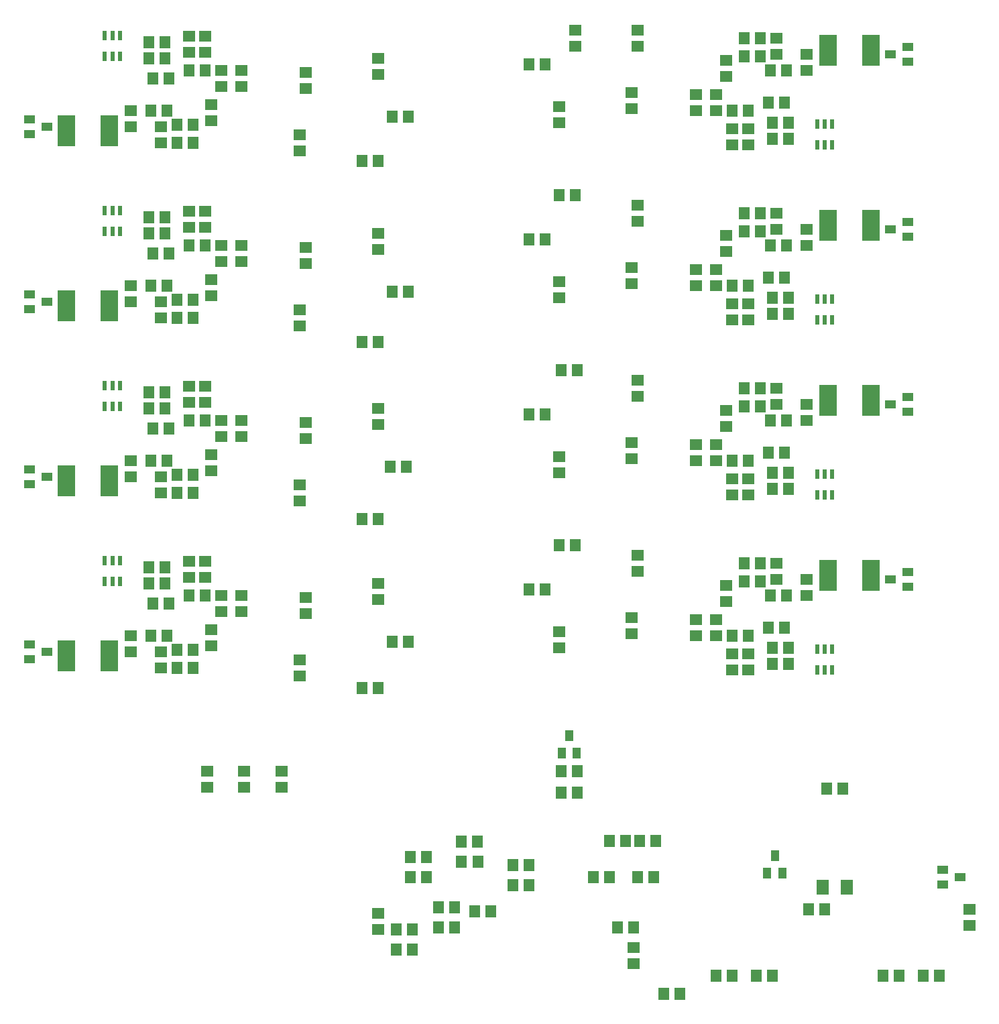
<source format=gbp>
G04 #@! TF.GenerationSoftware,KiCad,Pcbnew,(5.0.2)-1*
G04 #@! TF.CreationDate,2019-01-18T21:24:51-05:00*
G04 #@! TF.ProjectId,Slave,536c6176-652e-46b6-9963-61645f706362,rev?*
G04 #@! TF.SameCoordinates,Original*
G04 #@! TF.FileFunction,Paste,Bot*
G04 #@! TF.FilePolarity,Positive*
%FSLAX46Y46*%
G04 Gerber Fmt 4.6, Leading zero omitted, Abs format (unit mm)*
G04 Created by KiCad (PCBNEW (5.0.2)-1) date 1/18/2019 9:24:51 PM*
%MOMM*%
%LPD*%
G01*
G04 APERTURE LIST*
%ADD10R,1.500000X1.400000*%
%ADD11R,1.400000X1.500000*%
%ADD12R,1.400000X1.000000*%
%ADD13R,2.200000X4.000000*%
%ADD14R,0.620000X1.220000*%
%ADD15R,1.000000X1.400000*%
%ADD16R,1.600000X1.900000*%
G04 APERTURE END LIST*
D10*
G04 #@! TO.C,C3303*
X164846000Y-59690000D03*
X164846000Y-57640000D03*
G04 #@! TD*
D11*
G04 #@! TO.C,R3306*
X163086000Y-52324000D03*
X161036000Y-52324000D03*
G04 #@! TD*
D10*
G04 #@! TO.C,C3302*
X166878000Y-47988000D03*
X166878000Y-50038000D03*
G04 #@! TD*
G04 #@! TO.C,C2903*
X164846000Y-81788000D03*
X164846000Y-79738000D03*
G04 #@! TD*
D11*
G04 #@! TO.C,C2902*
X164828000Y-68834000D03*
X166878000Y-68834000D03*
G04 #@! TD*
G04 #@! TO.C,R2906*
X163086000Y-74422000D03*
X161036000Y-74422000D03*
G04 #@! TD*
G04 #@! TO.C,C2502*
X165100000Y-90932000D03*
X167150000Y-90932000D03*
G04 #@! TD*
D10*
G04 #@! TO.C,C2503*
X164846000Y-103886000D03*
X164846000Y-101836000D03*
G04 #@! TD*
D11*
G04 #@! TO.C,R2506*
X163086000Y-96520000D03*
X161036000Y-96520000D03*
G04 #@! TD*
D10*
G04 #@! TO.C,C2103*
X164846000Y-125984000D03*
X164846000Y-123934000D03*
G04 #@! TD*
D11*
G04 #@! TO.C,C2102*
X164846000Y-113030000D03*
X166896000Y-113030000D03*
G04 #@! TD*
G04 #@! TO.C,R2106*
X163086000Y-118618000D03*
X161036000Y-118618000D03*
G04 #@! TD*
D10*
G04 #@! TO.C,C1703*
X141986000Y-117856000D03*
X141986000Y-119906000D03*
G04 #@! TD*
D11*
G04 #@! TO.C,C1702*
X141986000Y-131064000D03*
X139936000Y-131064000D03*
G04 #@! TD*
G04 #@! TO.C,R1706*
X143746000Y-125222000D03*
X145796000Y-125222000D03*
G04 #@! TD*
G04 #@! TO.C,C1302*
X142004000Y-109728000D03*
X139954000Y-109728000D03*
G04 #@! TD*
D10*
G04 #@! TO.C,C1303*
X141986000Y-95758000D03*
X141986000Y-97808000D03*
G04 #@! TD*
D11*
G04 #@! TO.C,R1306*
X143510000Y-103124000D03*
X145560000Y-103124000D03*
G04 #@! TD*
D10*
G04 #@! TO.C,C903*
X141986000Y-73660000D03*
X141986000Y-75710000D03*
G04 #@! TD*
D11*
G04 #@! TO.C,C902*
X142004000Y-87376000D03*
X139954000Y-87376000D03*
G04 #@! TD*
G04 #@! TO.C,R906*
X143746000Y-81026000D03*
X145796000Y-81026000D03*
G04 #@! TD*
D12*
G04 #@! TO.C,Q3602*
X206672000Y-51054000D03*
X208872000Y-52004000D03*
X208872000Y-50104000D03*
G04 #@! TD*
D13*
G04 #@! TO.C,R3604*
X204216000Y-50546000D03*
X198816000Y-50546000D03*
G04 #@! TD*
D10*
G04 #@! TO.C,R3601*
X196088000Y-53104000D03*
X196088000Y-51054000D03*
G04 #@! TD*
D11*
G04 #@! TO.C,C3503*
X191498000Y-53086000D03*
X193548000Y-53086000D03*
G04 #@! TD*
D10*
G04 #@! TO.C,C3601*
X192278000Y-49004000D03*
X192278000Y-51054000D03*
G04 #@! TD*
G04 #@! TO.C,R3312*
X185928000Y-51798000D03*
X185928000Y-53848000D03*
G04 #@! TD*
G04 #@! TO.C,R3403*
X184658000Y-58184000D03*
X184658000Y-56134000D03*
G04 #@! TD*
G04 #@! TO.C,C3405*
X182118000Y-58184000D03*
X182118000Y-56134000D03*
G04 #@! TD*
G04 #@! TO.C,C3301*
X174752000Y-50056000D03*
X174752000Y-48006000D03*
G04 #@! TD*
G04 #@! TO.C,R3401*
X186690000Y-62502000D03*
X186690000Y-60452000D03*
G04 #@! TD*
D11*
G04 #@! TO.C,R3404*
X188722000Y-58166000D03*
X186672000Y-58166000D03*
G04 #@! TD*
D10*
G04 #@! TO.C,R3402*
X188722000Y-60452000D03*
X188722000Y-62502000D03*
G04 #@! TD*
G04 #@! TO.C,C3304*
X173990000Y-57930000D03*
X173990000Y-55880000D03*
G04 #@! TD*
D14*
G04 #@! TO.C,Q3302*
X199330641Y-62531987D03*
X198380641Y-62531987D03*
X197430641Y-62531987D03*
X197430641Y-59911987D03*
X199330641Y-59911987D03*
X198380641Y-59911987D03*
G04 #@! TD*
D11*
G04 #@! TO.C,C3401*
X191752000Y-61722000D03*
X193802000Y-61722000D03*
G04 #@! TD*
G04 #@! TO.C,L3401*
X193802000Y-59690000D03*
X191752000Y-59690000D03*
G04 #@! TD*
G04 #@! TO.C,C3501*
X191244000Y-57150000D03*
X193294000Y-57150000D03*
G04 #@! TD*
G04 #@! TO.C,R3603*
X188214000Y-49022000D03*
X190264000Y-49022000D03*
G04 #@! TD*
G04 #@! TO.C,R3605*
X190264000Y-51308000D03*
X188214000Y-51308000D03*
G04 #@! TD*
G04 #@! TO.C,R3205*
X190264000Y-73406000D03*
X188214000Y-73406000D03*
G04 #@! TD*
D10*
G04 #@! TO.C,R3002*
X188722000Y-82550000D03*
X188722000Y-84600000D03*
G04 #@! TD*
D11*
G04 #@! TO.C,R3004*
X188722000Y-80264000D03*
X186672000Y-80264000D03*
G04 #@! TD*
G04 #@! TO.C,R3203*
X188214000Y-71120000D03*
X190264000Y-71120000D03*
G04 #@! TD*
D10*
G04 #@! TO.C,R3001*
X186690000Y-84600000D03*
X186690000Y-82550000D03*
G04 #@! TD*
G04 #@! TO.C,C3201*
X192278000Y-71102000D03*
X192278000Y-73152000D03*
G04 #@! TD*
G04 #@! TO.C,R3201*
X196088000Y-75202000D03*
X196088000Y-73152000D03*
G04 #@! TD*
D13*
G04 #@! TO.C,R3204*
X204216000Y-72644000D03*
X198816000Y-72644000D03*
G04 #@! TD*
D11*
G04 #@! TO.C,C3103*
X191498000Y-75184000D03*
X193548000Y-75184000D03*
G04 #@! TD*
D12*
G04 #@! TO.C,Q3202*
X206672000Y-73152000D03*
X208872000Y-74102000D03*
X208872000Y-72202000D03*
G04 #@! TD*
D11*
G04 #@! TO.C,L3001*
X193802000Y-81788000D03*
X191752000Y-81788000D03*
G04 #@! TD*
G04 #@! TO.C,C3101*
X191244000Y-79248000D03*
X193294000Y-79248000D03*
G04 #@! TD*
G04 #@! TO.C,C3001*
X191752000Y-83820000D03*
X193802000Y-83820000D03*
G04 #@! TD*
D14*
G04 #@! TO.C,Q2902*
X199330641Y-84629987D03*
X198380641Y-84629987D03*
X197430641Y-84629987D03*
X197430641Y-82009987D03*
X199330641Y-82009987D03*
X198380641Y-82009987D03*
G04 #@! TD*
D10*
G04 #@! TO.C,C2901*
X174752000Y-72154000D03*
X174752000Y-70104000D03*
G04 #@! TD*
G04 #@! TO.C,C3005*
X182118000Y-80282000D03*
X182118000Y-78232000D03*
G04 #@! TD*
G04 #@! TO.C,R3003*
X184658000Y-80282000D03*
X184658000Y-78232000D03*
G04 #@! TD*
G04 #@! TO.C,C2904*
X173990000Y-80028000D03*
X173990000Y-77978000D03*
G04 #@! TD*
G04 #@! TO.C,R2912*
X185928000Y-73896000D03*
X185928000Y-75946000D03*
G04 #@! TD*
G04 #@! TO.C,R2602*
X188722000Y-104648000D03*
X188722000Y-106698000D03*
G04 #@! TD*
D14*
G04 #@! TO.C,Q2502*
X199330641Y-106727987D03*
X198380641Y-106727987D03*
X197430641Y-106727987D03*
X197430641Y-104107987D03*
X199330641Y-104107987D03*
X198380641Y-104107987D03*
G04 #@! TD*
D11*
G04 #@! TO.C,C2701*
X191244000Y-101346000D03*
X193294000Y-101346000D03*
G04 #@! TD*
D10*
G04 #@! TO.C,R2601*
X186690000Y-106698000D03*
X186690000Y-104648000D03*
G04 #@! TD*
D11*
G04 #@! TO.C,R2604*
X188722000Y-102362000D03*
X186672000Y-102362000D03*
G04 #@! TD*
G04 #@! TO.C,L2601*
X193802000Y-103886000D03*
X191752000Y-103886000D03*
G04 #@! TD*
G04 #@! TO.C,C2601*
X191752000Y-105918000D03*
X193802000Y-105918000D03*
G04 #@! TD*
D12*
G04 #@! TO.C,Q2802*
X206672000Y-95250000D03*
X208872000Y-96200000D03*
X208872000Y-94300000D03*
G04 #@! TD*
D10*
G04 #@! TO.C,R2801*
X196088000Y-97300000D03*
X196088000Y-95250000D03*
G04 #@! TD*
D11*
G04 #@! TO.C,C2703*
X191498000Y-97282000D03*
X193548000Y-97282000D03*
G04 #@! TD*
D13*
G04 #@! TO.C,R2804*
X204216000Y-94742000D03*
X198816000Y-94742000D03*
G04 #@! TD*
D10*
G04 #@! TO.C,C2801*
X192278000Y-93200000D03*
X192278000Y-95250000D03*
G04 #@! TD*
G04 #@! TO.C,C2605*
X182118000Y-102380000D03*
X182118000Y-100330000D03*
G04 #@! TD*
G04 #@! TO.C,R2603*
X184658000Y-102380000D03*
X184658000Y-100330000D03*
G04 #@! TD*
G04 #@! TO.C,R2512*
X185928000Y-95994000D03*
X185928000Y-98044000D03*
G04 #@! TD*
D11*
G04 #@! TO.C,R2803*
X188214000Y-93218000D03*
X190264000Y-93218000D03*
G04 #@! TD*
D10*
G04 #@! TO.C,C2504*
X173990000Y-102126000D03*
X173990000Y-100076000D03*
G04 #@! TD*
D11*
G04 #@! TO.C,R2805*
X190264000Y-95504000D03*
X188214000Y-95504000D03*
G04 #@! TD*
D10*
G04 #@! TO.C,C2501*
X174752000Y-94252000D03*
X174752000Y-92202000D03*
G04 #@! TD*
G04 #@! TO.C,R2202*
X188722000Y-126746000D03*
X188722000Y-128796000D03*
G04 #@! TD*
G04 #@! TO.C,R2201*
X186690000Y-128796000D03*
X186690000Y-126746000D03*
G04 #@! TD*
D11*
G04 #@! TO.C,C2201*
X191752000Y-128016000D03*
X193802000Y-128016000D03*
G04 #@! TD*
G04 #@! TO.C,L2201*
X193802000Y-125984000D03*
X191752000Y-125984000D03*
G04 #@! TD*
D12*
G04 #@! TO.C,Q2402*
X206672000Y-117348000D03*
X208872000Y-118298000D03*
X208872000Y-116398000D03*
G04 #@! TD*
D10*
G04 #@! TO.C,R2401*
X196088000Y-119398000D03*
X196088000Y-117348000D03*
G04 #@! TD*
G04 #@! TO.C,C2401*
X192278000Y-115298000D03*
X192278000Y-117348000D03*
G04 #@! TD*
D11*
G04 #@! TO.C,C2303*
X191498000Y-119380000D03*
X193548000Y-119380000D03*
G04 #@! TD*
D13*
G04 #@! TO.C,R2404*
X204216000Y-116840000D03*
X198816000Y-116840000D03*
G04 #@! TD*
D11*
G04 #@! TO.C,R2204*
X188722000Y-124460000D03*
X186672000Y-124460000D03*
G04 #@! TD*
G04 #@! TO.C,R2403*
X188214000Y-115316000D03*
X190264000Y-115316000D03*
G04 #@! TD*
G04 #@! TO.C,R2405*
X190264000Y-117602000D03*
X188214000Y-117602000D03*
G04 #@! TD*
D10*
G04 #@! TO.C,C2104*
X173990000Y-124224000D03*
X173990000Y-122174000D03*
G04 #@! TD*
G04 #@! TO.C,R2112*
X185928000Y-118092000D03*
X185928000Y-120142000D03*
G04 #@! TD*
G04 #@! TO.C,C2101*
X174752000Y-116350000D03*
X174752000Y-114300000D03*
G04 #@! TD*
G04 #@! TO.C,C2205*
X182118000Y-124478000D03*
X182118000Y-122428000D03*
G04 #@! TD*
G04 #@! TO.C,R2203*
X184658000Y-124478000D03*
X184658000Y-122428000D03*
G04 #@! TD*
D14*
G04 #@! TO.C,Q2102*
X199330641Y-128825987D03*
X198380641Y-128825987D03*
X197430641Y-128825987D03*
X197430641Y-126205987D03*
X199330641Y-126205987D03*
X198380641Y-126205987D03*
G04 #@! TD*
D11*
G04 #@! TO.C,C2301*
X191244000Y-123444000D03*
X193294000Y-123444000D03*
G04 #@! TD*
D10*
G04 #@! TO.C,R1803*
X122174000Y-119362000D03*
X122174000Y-121412000D03*
G04 #@! TD*
G04 #@! TO.C,C1805*
X124714000Y-119362000D03*
X124714000Y-121412000D03*
G04 #@! TD*
G04 #@! TO.C,C1701*
X132080000Y-127490000D03*
X132080000Y-129540000D03*
G04 #@! TD*
G04 #@! TO.C,R1712*
X120904000Y-125748000D03*
X120904000Y-123698000D03*
G04 #@! TD*
G04 #@! TO.C,C1704*
X132842000Y-119616000D03*
X132842000Y-121666000D03*
G04 #@! TD*
D11*
G04 #@! TO.C,R1804*
X118110000Y-119380000D03*
X120160000Y-119380000D03*
G04 #@! TD*
G04 #@! TO.C,R2005*
X116568000Y-126238000D03*
X118618000Y-126238000D03*
G04 #@! TD*
G04 #@! TO.C,R2003*
X118618000Y-128524000D03*
X116568000Y-128524000D03*
G04 #@! TD*
D10*
G04 #@! TO.C,R1801*
X120142000Y-115044000D03*
X120142000Y-117094000D03*
G04 #@! TD*
G04 #@! TO.C,R1802*
X118110000Y-117094000D03*
X118110000Y-115044000D03*
G04 #@! TD*
D11*
G04 #@! TO.C,L1801*
X113030000Y-117856000D03*
X115080000Y-117856000D03*
G04 #@! TD*
G04 #@! TO.C,C1901*
X115588000Y-120396000D03*
X113538000Y-120396000D03*
G04 #@! TD*
G04 #@! TO.C,C1801*
X115080000Y-115824000D03*
X113030000Y-115824000D03*
G04 #@! TD*
D14*
G04 #@! TO.C,Q1702*
X107501359Y-115014013D03*
X108451359Y-115014013D03*
X109401359Y-115014013D03*
X109401359Y-117634013D03*
X107501359Y-117634013D03*
X108451359Y-117634013D03*
G04 #@! TD*
D13*
G04 #@! TO.C,R2004*
X102616000Y-127000000D03*
X108016000Y-127000000D03*
G04 #@! TD*
D11*
G04 #@! TO.C,C1903*
X115334000Y-124460000D03*
X113284000Y-124460000D03*
G04 #@! TD*
D10*
G04 #@! TO.C,R2001*
X110744000Y-124442000D03*
X110744000Y-126492000D03*
G04 #@! TD*
G04 #@! TO.C,C2001*
X114554000Y-128542000D03*
X114554000Y-126492000D03*
G04 #@! TD*
D12*
G04 #@! TO.C,Q2002*
X100160000Y-126492000D03*
X97960000Y-125542000D03*
X97960000Y-127442000D03*
G04 #@! TD*
D10*
G04 #@! TO.C,C1601*
X114554000Y-106444000D03*
X114554000Y-104394000D03*
G04 #@! TD*
G04 #@! TO.C,R1601*
X110744000Y-102344000D03*
X110744000Y-104394000D03*
G04 #@! TD*
D12*
G04 #@! TO.C,Q1602*
X100160000Y-104394000D03*
X97960000Y-103444000D03*
X97960000Y-105344000D03*
G04 #@! TD*
D13*
G04 #@! TO.C,R1604*
X102616000Y-104902000D03*
X108016000Y-104902000D03*
G04 #@! TD*
D14*
G04 #@! TO.C,Q1302*
X107501359Y-92916013D03*
X108451359Y-92916013D03*
X109401359Y-92916013D03*
X109401359Y-95536013D03*
X107501359Y-95536013D03*
X108451359Y-95536013D03*
G04 #@! TD*
D11*
G04 #@! TO.C,C1503*
X115334000Y-102362000D03*
X113284000Y-102362000D03*
G04 #@! TD*
G04 #@! TO.C,L1401*
X113030000Y-95758000D03*
X115080000Y-95758000D03*
G04 #@! TD*
G04 #@! TO.C,C1401*
X115080000Y-93726000D03*
X113030000Y-93726000D03*
G04 #@! TD*
G04 #@! TO.C,C1501*
X115588000Y-98298000D03*
X113538000Y-98298000D03*
G04 #@! TD*
G04 #@! TO.C,R1605*
X116568000Y-104140000D03*
X118618000Y-104140000D03*
G04 #@! TD*
D10*
G04 #@! TO.C,R1401*
X120142000Y-92946000D03*
X120142000Y-94996000D03*
G04 #@! TD*
G04 #@! TO.C,R1402*
X118110000Y-94996000D03*
X118110000Y-92946000D03*
G04 #@! TD*
D11*
G04 #@! TO.C,R1404*
X118110000Y-97282000D03*
X120160000Y-97282000D03*
G04 #@! TD*
D10*
G04 #@! TO.C,R1312*
X120904000Y-103650000D03*
X120904000Y-101600000D03*
G04 #@! TD*
D11*
G04 #@! TO.C,R1603*
X118618000Y-106426000D03*
X116568000Y-106426000D03*
G04 #@! TD*
D10*
G04 #@! TO.C,C1301*
X132080000Y-105392000D03*
X132080000Y-107442000D03*
G04 #@! TD*
G04 #@! TO.C,C1304*
X132842000Y-97518000D03*
X132842000Y-99568000D03*
G04 #@! TD*
G04 #@! TO.C,C1405*
X124714000Y-97264000D03*
X124714000Y-99314000D03*
G04 #@! TD*
G04 #@! TO.C,R1403*
X122174000Y-97264000D03*
X122174000Y-99314000D03*
G04 #@! TD*
G04 #@! TO.C,R1003*
X122174000Y-75166000D03*
X122174000Y-77216000D03*
G04 #@! TD*
G04 #@! TO.C,C1005*
X124714000Y-75166000D03*
X124714000Y-77216000D03*
G04 #@! TD*
G04 #@! TO.C,C904*
X132842000Y-75420000D03*
X132842000Y-77470000D03*
G04 #@! TD*
G04 #@! TO.C,C901*
X132080000Y-83294000D03*
X132080000Y-85344000D03*
G04 #@! TD*
G04 #@! TO.C,R912*
X120904000Y-81552000D03*
X120904000Y-79502000D03*
G04 #@! TD*
D11*
G04 #@! TO.C,C1101*
X115588000Y-76200000D03*
X113538000Y-76200000D03*
G04 #@! TD*
G04 #@! TO.C,C1001*
X115080000Y-71628000D03*
X113030000Y-71628000D03*
G04 #@! TD*
G04 #@! TO.C,R1004*
X118110000Y-75184000D03*
X120160000Y-75184000D03*
G04 #@! TD*
D10*
G04 #@! TO.C,R1002*
X118110000Y-72898000D03*
X118110000Y-70848000D03*
G04 #@! TD*
G04 #@! TO.C,R1001*
X120142000Y-70848000D03*
X120142000Y-72898000D03*
G04 #@! TD*
D11*
G04 #@! TO.C,L1001*
X113030000Y-73660000D03*
X115080000Y-73660000D03*
G04 #@! TD*
D14*
G04 #@! TO.C,Q902*
X107501359Y-70818013D03*
X108451359Y-70818013D03*
X109401359Y-70818013D03*
X109401359Y-73438013D03*
X107501359Y-73438013D03*
X108451359Y-73438013D03*
G04 #@! TD*
D11*
G04 #@! TO.C,R1205*
X116568000Y-82042000D03*
X118618000Y-82042000D03*
G04 #@! TD*
D12*
G04 #@! TO.C,Q1202*
X100160000Y-82296000D03*
X97960000Y-81346000D03*
X97960000Y-83246000D03*
G04 #@! TD*
D13*
G04 #@! TO.C,R1204*
X102616000Y-82804000D03*
X108016000Y-82804000D03*
G04 #@! TD*
D11*
G04 #@! TO.C,C1103*
X115334000Y-80264000D03*
X113284000Y-80264000D03*
G04 #@! TD*
G04 #@! TO.C,R1203*
X118618000Y-84328000D03*
X116568000Y-84328000D03*
G04 #@! TD*
D10*
G04 #@! TO.C,R1201*
X110744000Y-80246000D03*
X110744000Y-82296000D03*
G04 #@! TD*
G04 #@! TO.C,C1201*
X114554000Y-84346000D03*
X114554000Y-82296000D03*
G04 #@! TD*
D11*
G04 #@! TO.C,C203*
X148100000Y-152400000D03*
X146050000Y-152400000D03*
G04 #@! TD*
G04 #@! TO.C,C204*
X148100000Y-154940000D03*
X146050000Y-154940000D03*
G04 #@! TD*
G04 #@! TO.C,C207*
X152527000Y-150495000D03*
X154577000Y-150495000D03*
G04 #@! TD*
G04 #@! TO.C,C208*
X149588000Y-161290000D03*
X151638000Y-161290000D03*
G04 #@! TD*
G04 #@! TO.C,C209*
X149588000Y-158750000D03*
X151638000Y-158750000D03*
G04 #@! TD*
G04 #@! TO.C,C210*
X146322000Y-164084000D03*
X144272000Y-164084000D03*
G04 #@! TD*
G04 #@! TO.C,C211*
X161036000Y-155956000D03*
X158986000Y-155956000D03*
G04 #@! TD*
G04 #@! TO.C,C212*
X161054000Y-153416000D03*
X159004000Y-153416000D03*
G04 #@! TD*
G04 #@! TO.C,C213*
X156228000Y-159258000D03*
X154178000Y-159258000D03*
G04 #@! TD*
D10*
G04 #@! TO.C,C301*
X174244000Y-163812000D03*
X174244000Y-165862000D03*
G04 #@! TD*
D11*
G04 #@! TO.C,C302*
X174988000Y-150368000D03*
X177038000Y-150368000D03*
G04 #@! TD*
G04 #@! TO.C,C303*
X173246000Y-150368000D03*
X171196000Y-150368000D03*
G04 #@! TD*
G04 #@! TO.C,C304*
X174262000Y-161290000D03*
X172212000Y-161290000D03*
G04 #@! TD*
G04 #@! TO.C,C402*
X198392000Y-159004000D03*
X196342000Y-159004000D03*
G04 #@! TD*
G04 #@! TO.C,C403*
X191788000Y-167386000D03*
X189738000Y-167386000D03*
G04 #@! TD*
G04 #@! TO.C,C404*
X200678000Y-143764000D03*
X198628000Y-143764000D03*
G04 #@! TD*
G04 #@! TO.C,C406*
X212870000Y-167386000D03*
X210820000Y-167386000D03*
G04 #@! TD*
D10*
G04 #@! TO.C,C407*
X216662000Y-161054000D03*
X216662000Y-159004000D03*
G04 #@! TD*
G04 #@! TO.C,C501*
X132080000Y-61196000D03*
X132080000Y-63246000D03*
G04 #@! TD*
D11*
G04 #@! TO.C,C502*
X141986000Y-64516000D03*
X139936000Y-64516000D03*
G04 #@! TD*
D10*
G04 #@! TO.C,C503*
X141986000Y-51562000D03*
X141986000Y-53612000D03*
G04 #@! TD*
G04 #@! TO.C,C504*
X132842000Y-53322000D03*
X132842000Y-55372000D03*
G04 #@! TD*
D11*
G04 #@! TO.C,C601*
X115080000Y-49530000D03*
X113030000Y-49530000D03*
G04 #@! TD*
D10*
G04 #@! TO.C,C605*
X124714000Y-53068000D03*
X124714000Y-55118000D03*
G04 #@! TD*
D11*
G04 #@! TO.C,C701*
X115588000Y-54102000D03*
X113538000Y-54102000D03*
G04 #@! TD*
G04 #@! TO.C,C703*
X115334000Y-58166000D03*
X113284000Y-58166000D03*
G04 #@! TD*
D10*
G04 #@! TO.C,C801*
X114554000Y-62248000D03*
X114554000Y-60198000D03*
G04 #@! TD*
D15*
G04 #@! TO.C,D401*
X192090000Y-152232000D03*
X191140000Y-154432000D03*
X193040000Y-154432000D03*
G04 #@! TD*
D12*
G04 #@! TO.C,D402*
X215476000Y-154940000D03*
X213276000Y-153990000D03*
X213276000Y-155890000D03*
G04 #@! TD*
G04 #@! TO.C,Q802*
X100160000Y-60198000D03*
X97960000Y-59248000D03*
X97960000Y-61148000D03*
G04 #@! TD*
D10*
G04 #@! TO.C,R203*
X141986000Y-161544000D03*
X141986000Y-159494000D03*
G04 #@! TD*
D11*
G04 #@! TO.C,R204*
X144254000Y-161544000D03*
X146304000Y-161544000D03*
G04 #@! TD*
G04 #@! TO.C,R301*
X174734000Y-154940000D03*
X176784000Y-154940000D03*
G04 #@! TD*
G04 #@! TO.C,R302*
X169146000Y-154940000D03*
X171196000Y-154940000D03*
G04 #@! TD*
G04 #@! TO.C,R303*
X180086000Y-169672000D03*
X178036000Y-169672000D03*
G04 #@! TD*
D16*
G04 #@! TO.C,R402*
X201220000Y-156210000D03*
X198120000Y-156210000D03*
G04 #@! TD*
D11*
G04 #@! TO.C,R506*
X143746000Y-58928000D03*
X145796000Y-58928000D03*
G04 #@! TD*
D10*
G04 #@! TO.C,R512*
X120904000Y-59454000D03*
X120904000Y-57404000D03*
G04 #@! TD*
G04 #@! TO.C,R601*
X120142000Y-48750000D03*
X120142000Y-50800000D03*
G04 #@! TD*
G04 #@! TO.C,R602*
X118110000Y-50800000D03*
X118110000Y-48750000D03*
G04 #@! TD*
G04 #@! TO.C,R603*
X122174000Y-53068000D03*
X122174000Y-55118000D03*
G04 #@! TD*
D11*
G04 #@! TO.C,R604*
X118110000Y-53086000D03*
X120160000Y-53086000D03*
G04 #@! TD*
D10*
G04 #@! TO.C,R801*
X110744000Y-58148000D03*
X110744000Y-60198000D03*
G04 #@! TD*
D11*
G04 #@! TO.C,R803*
X118618000Y-62230000D03*
X116568000Y-62230000D03*
G04 #@! TD*
D13*
G04 #@! TO.C,R804*
X102616000Y-60706000D03*
X108016000Y-60706000D03*
G04 #@! TD*
D11*
G04 #@! TO.C,R805*
X116568000Y-59944000D03*
X118618000Y-59944000D03*
G04 #@! TD*
D14*
G04 #@! TO.C,Q502*
X107501359Y-48720013D03*
X108451359Y-48720013D03*
X109401359Y-48720013D03*
X109401359Y-51340013D03*
X107501359Y-51340013D03*
X108451359Y-51340013D03*
G04 #@! TD*
D11*
G04 #@! TO.C,L601*
X113030000Y-51562000D03*
X115080000Y-51562000D03*
G04 #@! TD*
G04 #@! TO.C,R403*
X184640000Y-167386000D03*
X186690000Y-167386000D03*
G04 #@! TD*
G04 #@! TO.C,R404*
X205722000Y-167386000D03*
X207772000Y-167386000D03*
G04 #@! TD*
D15*
G04 #@! TO.C,Q101*
X166116000Y-137076000D03*
X165166000Y-139276000D03*
X167066000Y-139276000D03*
G04 #@! TD*
D11*
G04 #@! TO.C,R101*
X167132000Y-144272000D03*
X165082000Y-144272000D03*
G04 #@! TD*
G04 #@! TO.C,R104*
X165100000Y-141605000D03*
X167150000Y-141605000D03*
G04 #@! TD*
D10*
G04 #@! TO.C,R105*
X129794000Y-143637000D03*
X129794000Y-141587000D03*
G04 #@! TD*
G04 #@! TO.C,R106*
X125095000Y-143637000D03*
X125095000Y-141587000D03*
G04 #@! TD*
G04 #@! TO.C,R107*
X120396000Y-143655000D03*
X120396000Y-141605000D03*
G04 #@! TD*
D11*
G04 #@! TO.C,R212*
X154584400Y-153009600D03*
X152534400Y-153009600D03*
G04 #@! TD*
M02*

</source>
